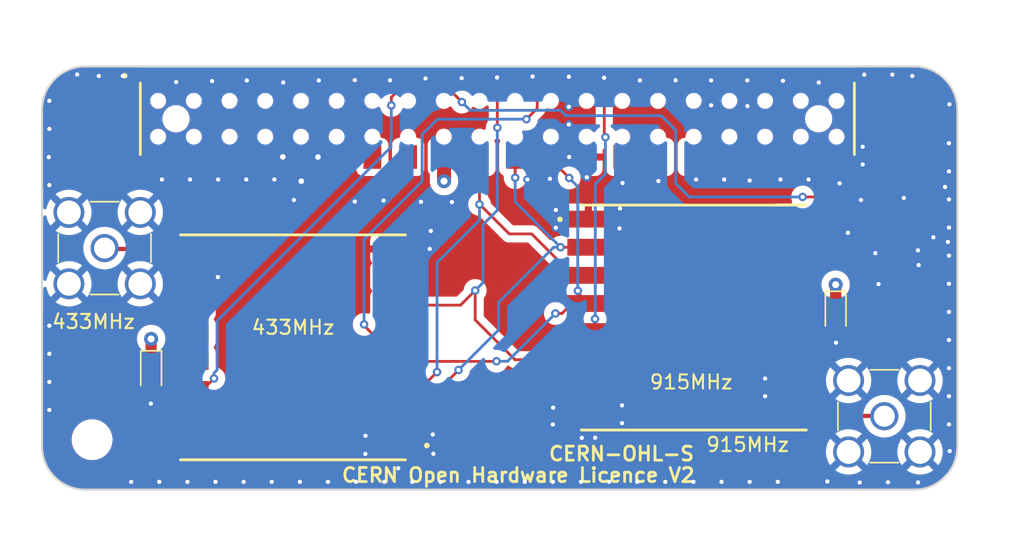
<source format=kicad_pcb>
(kicad_pcb (version 20240108) (generator "pcbnew") (generator_version "8.0")
  (layers (0 "F.Cu" signal) (1 "In1.Cu" signal) (2 "In2.Cu" signal) (31 "B.Cu" signal) (34 "B.Paste" user) (35 "F.Paste" user) (36 "B.SilkS" user "B.Silkscreen") (37 "F.SilkS" user "F.Silkscreen") (38 "B.Mask" user) (39 "F.Mask" user) (44 "Edge.Cuts" user))
  (net 0 "")
  (net 1 "5v2RPi")
  (net 2 "GND")
  (net 3 "ANT433")
  (net 4 "3v3")
  (net 5 "MOSI")
  (net 6 "MISO")
  (net 7 "SLCK")
  (net 8 "CS0")
  (net 9 "RST")
  (net 10 "INTER433")
  (net 11 "CS1")
  (net 12 "ANT915")
  (net 13 "INTER915")
  (footprint "library-kicad:RFM69HCW" (layer "F.Cu") (at 149.2 96.38 180)
    (property "Reference" "REF**" (hide yes))
    (property "Value" "RFM69HCW")
    (fp_line (start 8 8) (end -8 8) (stroke (width 0.2032)) (layer "F.SilkS"))
    (fp_line (start -8 -8) (end 8 -8) (stroke (width 0.2032)) (layer "F.SilkS"))
    (fp_circle (center -9.525 -6.985) (end -9.425 -6.985) (stroke (width 0.2)) (fill none) (layer "F.SilkS"))
    (pad "" smd rect (at -7.5 -7 180) (size 3 1.2) (layers "F.Cu" "F.Paste" "F.Mask") (net 2 "GND"))
    (pad "" smd rect (at -7.5 -5 180) (size 3 1.2) (layers "F.Cu" "F.Paste" "F.Mask") (net 6 "MISO"))
    (pad "" smd rect (at -7.5 -3 180) (size 3 1.2) (layers "F.Cu" "F.Paste" "F.Mask") (net 5 "MOSI"))
    (pad "" smd rect (at -7.5 -1 180) (size 3 1.2) (layers "F.Cu" "F.Paste" "F.Mask") (net 7 "SLCK"))
    (pad "" smd rect (at -7.5 3 180) (size 3 1.2) (layers "F.Cu" "F.Paste" "F.Mask") (net 9 "RST"))
    (pad "" smd rect (at -7.5 7 180) (size 3 1.2) (layers "F.Cu" "F.Paste" "F.Mask") (net 2 "GND"))
    (pad "" smd rect (at 7.5 -1 180) (size 3 1.2) (layers "F.Cu" "F.Paste" "F.Mask") (net 4 "3v3"))
    (pad "" smd rect (at 7.5 5 180) (size 3 1.2) (layers "F.Cu" "F.Paste" "F.Mask") (net 2 "GND"))
    (pad "" smd rect (at 7.5 7 180) (size 3 1.2) (layers "F.Cu" "F.Paste" "F.Mask") (net 3 "ANT433"))
    (pad "DIO0" smd rect (at 7.5 -3 180) (size 3 1.2) (layers "F.Cu" "F.Paste" "F.Mask") (net 10 "INTER433"))
    (pad "DIO1" smd rect (at 7.5 -5 180) (size 3 1.2) (layers "F.Cu" "F.Paste" "F.Mask"))
    (pad "DIO2" smd rect (at 7.5 -7 180) (size 3 1.2) (layers "F.Cu" "F.Paste" "F.Mask"))
    (pad "DIO3" smd rect (at 7.5 3 180) (size 3 1.2) (layers "F.Cu" "F.Paste" "F.Mask"))
    (pad "DIO4" smd rect (at 7.5 1 180) (size 3 1.2) (layers "F.Cu" "F.Paste" "F.Mask"))
    (pad "DIO5" smd rect (at -7.5 5 180) (size 3 1.2) (layers "F.Cu" "F.Paste" "F.Mask"))
    (pad "NSS" smd rect (at -7.5 1 180) (size 3 1.2) (layers "F.Cu" "F.Paste" "F.Mask") (net 8 "CS0"))
  )
  (footprint "Fiducial:Fiducial_1mm_Mask2mm" (layer "F.Cu") (at 133.59 98.75 90)
    (property "Reference" "FID1" (hide yes))
    (property "Value" "Fiducial_1mm_Mask2mm" (hide yes))
    (pad "" smd circle (at 0 0 90) (size 1 1) (layers "F.Cu" "F.Mask") (clearance 0.5))
  )
  (footprint "Fiducial:Fiducial_1mm_Mask2mm" (layer "F.Cu") (at 194.24 78.63 90)
    (property "Reference" "FID4" (hide yes))
    (property "Value" "Fiducial_1mm_Mask2mm" (hide yes))
    (pad "" smd circle (at 0 0 90) (size 1 1) (layers "F.Cu" "F.Mask") (clearance 0.5))
  )
  (footprint "digikey-footprints:RPi_SMD" (layer "F.Cu") (at 163.26 92.155 90)
    (property "Reference" "REF**" (hide yes))
    (property "Value" "RPi_SMD" (hide yes))
    (fp_line (start 14.575 -24.92) (end 9.495 -24.92) (stroke (width 0.2)) (layer "F.SilkS"))
    (fp_line (start 14.575 25.88) (end 9.495 25.88) (stroke (width 0.2)) (layer "F.SilkS"))
    (fp_circle (center 15.1 -26.03) (end 15.1 -26.13) (stroke (width 0.2)) (fill none) (layer "F.SilkS"))
    (fp_line (start 12.705 -31.91) (end -7.855 -31.91) (stroke (width 0.12)) (layer "Edge.Cuts"))
    (fp_line (start -7.855 -31.91) (end -11.295 -31.91) (stroke (width 0.12)) (layer "Edge.Cuts"))
    (fp_line (start 15.765 -28.85) (end 15.765 30.15) (stroke (width 0.12)) (layer "Edge.Cuts"))
    (fp_line (start -14.355 -28.85) (end -14.355 26.46) (stroke (width 0.12)) (layer "Edge.Cuts"))
    (fp_line (start -14.355 26.46) (end -14.355 30.15) (stroke (width 0.12)) (layer "Edge.Cuts"))
    (fp_line (start 12.705 33.21) (end -11.295 33.21) (stroke (width 0.12)) (layer "Edge.Cuts"))
    (fp_arc (start 12.705 -31.91) (mid 14.868747 -31.013747) (end 15.765 -28.85) (stroke (width 0.12)) (layer "Edge.Cuts"))
    (fp_arc (start -14.355 -28.85) (mid -13.458747 -31.013747) (end -11.295 -31.91) (stroke (width 0.12)) (layer "Edge.Cuts"))
    (fp_arc (start 15.765 30.15) (mid 14.868747 32.313747) (end 12.705 33.21) (stroke (width 0.12)) (layer "Edge.Cuts"))
    (fp_arc (start -11.295 33.21) (mid -13.458747 32.313747) (end -14.355 30.15) (stroke (width 0.12)) (layer "Edge.Cuts"))
    (pad "" np_thru_hole circle (at -10.795 -28.35) (size 2.75 2.75) (drill 2.75) (layers "*.Cu" "*.Mask"))
    (pad "" smd rect (at 9.315 -3.33 180) (size 1.27 1.68) (layers "F.Cu" "F.Paste" "F.Mask") (net 4 "3v3"))
    (pad "" smd rect (at 9.315 -0.79 180) (size 1.27 1.68) (layers "F.Cu" "F.Paste" "F.Mask") (net 5 "MOSI"))
    (pad "" smd rect (at 9.315 1.75 180) (size 1.27 1.68) (layers "F.Cu" "F.Paste" "F.Mask") (net 6 "MISO"))
    (pad "" smd rect (at 9.315 4.29 180) (size 1.27 1.68) (layers "F.Cu" "F.Paste" "F.Mask") (net 7 "SLCK"))
    (pad "" np_thru_hole circle (at 10.765 -23.65 180) (size 0.97 0.97) (drill 0.97) (layers "*.Cu" "*.Mask"))
    (pad "" np_thru_hole circle (at 10.765 -21.11 180) (size 0.97 0.97) (drill 0.97) (layers "*.Cu" "*.Mask"))
    (pad "" np_thru_hole circle (at 10.765 -18.57 180) (size 0.97 0.97) (drill 0.97) (layers "*.Cu" "*.Mask"))
    (pad "" np_thru_hole circle (at 10.765 -16.03 180) (size 0.97 0.97) (drill 0.97) (layers "*.Cu" "*.Mask"))
    (pad "" np_thru_hole circle (at 10.765 -13.49 180) (size 0.97 0.97) (drill 0.97) (layers "*.Cu" "*.Mask"))
    (pad "" np_thru_hole circle (at 10.765 -10.95 180) (size 0.97 0.97) (drill 0.97) (layers "*.Cu" "*.Mask"))
    (pad "" np_thru_hole circle (at 10.765 -8.41 180) (size 0.97 0.97) (drill 0.97) (layers "*.Cu" "*.Mask"))
    (pad "" np_thru_hole circle (at 10.765 -5.87 180) (size 0.97 0.97) (drill 0.97) (layers "*.Cu" "*.Mask"))
    (pad "" np_thru_hole circle (at 10.765 -3.33 180) (size 0.97 0.97) (drill 0.97) (layers "*.Cu" "*.Mask"))
    (pad "" np_thru_hole circle (at 10.765 -0.79 180) (size 0.97 0.97) (drill 0.97) (layers "*.Cu" "*.Mask"))
    (pad "" np_thru_hole circle (at 10.765 1.75 180) (size 0.97 0.97) (drill 0.97) (layers "*.Cu" "*.Mask"))
    (pad "" np_thru_hole circle (at 10.765 4.29 180) (size 0.97 0.97) (drill 0.97) (layers "*.Cu" "*.Mask"))
    (pad "" np_thru_hole circle (at 10.765 6.83 180) (size 0.97 0.97) (drill 0.97) (layers "*.Cu" "*.Mask"))
    (pad "" np_thru_hole circle (at 10.765 9.37 180) (size 0.97 0.97) (drill 0.97) (layers "*.Cu" "*.Mask"))
    (pad "" np_thru_hole circle (at 10.765 11.91 180) (size 0.97 0.97) (drill 0.97) (layers "*.Cu" "*.Mask"))
    (pad "" np_thru_hole circle (at 10.765 14.45 180) (size 0.97 0.97) (drill 0.97) (layers "*.Cu" "*.Mask"))
    (pad "" np_thru_hole circle (at 10.765 16.99 180) (size 0.97 0.97) (drill 0.97) (layers "*.Cu" "*.Mask"))
    (pad "" np_thru_hole circle (at 10.765 19.53 180) (size 0.97 0.97) (drill 0.97) (layers "*.Cu" "*.Mask"))
    (pad "" np_thru_hole circle (at 10.765 22.07 180) (size 0.97 0.97) (drill 0.97) (layers "*.Cu" "*.Mask"))
    (pad "" np_thru_hole circle (at 10.765 24.61 180) (size 0.97 0.97) (drill 0.97) (layers "*.Cu" "*.Mask"))
    (pad "" np_thru_hole circle (at 12.035 -22.38 180) (size 1.78 1.78) (drill 1.78) (layers "*.Cu" "*.Mask"))
    (pad "" np_thru_hole circle (at 12.035 23.34 180) (size 1.78 1.78) (drill 1.78) (layers "*.Cu" "*.Mask"))
    (pad "" np_thru_hole circle (at 13.305 -23.65 180) (size 0.97 0.97) (drill 0.97) (layers "*.Cu" "*.Mask"))
    (pad "" np_thru_hole circle (at 13.305 -21.11 180) (size 0.97 0.97) (drill 0.97) (layers "*.Cu" "*.Mask"))
    (pad "" np_thru_hole circle (at 13.305 -18.57 180) (size 0.97 0.97) (drill 0.97) (layers "*.Cu" "*.Mask"))
    (pad "" np_thru_hole circle (at 13.305 -16.03 180) (size 0.97 0.97) (drill 0.97) (layers "*.Cu" "*.Mask"))
    (pad "" np_thru_hole circle (at 13.305 -13.49 180) (size 0.97 0.97) (drill 0.97) (layers "*.Cu" "*.Mask"))
    (pad "" np_thru_hole circle (at 13.305 -10.95 180) (size 0.97 0.97) (drill 0.97) (layers "*.Cu" "*.Mask"))
    (pad "" np_thru_hole circle (at 13.305 -8.41 180) (size 0.97 0.97) (drill 0.97) (layers "*.Cu" "*.Mask"))
    (pad "" np_thru_hole circle (at 13.305 -5.87 180) (size 0.97 0.97) (drill 0.97) (layers "*.Cu" "*.Mask"))
    (pad "" np_thru_hole circle (at 13.305 -3.33 180) (size 0.97 0.97) (drill 0.97) (layers "*.Cu" "*.Mask"))
    (pad "" np_thru_hole circle (at 13.305 -0.79 180) (size 0.97 0.97) (drill 0.97) (layers "*.Cu" "*.Mask"))
    (pad "" np_thru_hole circle (at 13.305 1.75 180) (size 0.97 0.97) (drill 0.97) (layers "*.Cu" "*.Mask"))
    (pad "" np_thru_hole circle (at 13.305 4.29 180) (size 0.97 0.97) (drill 0.97) (layers "*.Cu" "*.Mask"))
    (pad "" np_thru_hole circle (at 13.305 6.83 180) (size 0.97 0.97) (drill 0.97) (layers "*.Cu" "*.Mask"))
    (pad "" np_thru_hole circle (at 13.305 9.37 180) (size 0.97 0.97) (drill 0.97) (layers "*.Cu" "*.Mask"))
    (pad "" np_thru_hole circle (at 13.305 11.91 180) (size 0.97 0.97) (drill 0.97) (layers "*.Cu" "*.Mask"))
    (pad "" np_thru_hole circle (at 13.305 14.45 180) (size 0.97 0.97) (drill 0.97) (layers "*.Cu" "*.Mask"))
    (pad "" np_thru_hole circle (at 13.305 16.99 180) (size 0.97 0.97) (drill 0.97) (layers "*.Cu" "*.Mask"))
    (pad "" np_thru_hole circle (at 13.305 19.53 180) (size 0.97 0.97) (drill 0.97) (layers "*.Cu" "*.Mask"))
    (pad "" np_thru_hole circle (at 13.305 22.07 180) (size 0.97 0.97) (drill 0.97) (layers "*.Cu" "*.Mask"))
    (pad "" np_thru_hole circle (at 13.305 24.61 180) (size 0.97 0.97) (drill 0.97) (layers "*.Cu" "*.Mask"))
    (pad "01" smd rect (at 14.755 -23.65 180) (size 1.27 1.68) (layers "F.Cu" "F.Paste" "F.Mask") (net 1 "5v2RPi"))
    (pad "03" smd rect (at 14.755 -21.11 180) (size 1.27 1.68) (layers "F.Cu" "F.Paste" "F.Mask") (net 1 "5v2RPi"))
    (pad "3v3" smd rect (at 9.315 -23.65 180) (size 1.27 1.68) (layers "F.Cu" "F.Paste" "F.Mask"))
    (pad "04" smd rect (at 9.315 -21.11 180) (size 1.27 1.68) (layers "F.Cu" "F.Paste" "F.Mask"))
    (pad "06" smd rect (at 9.315 -18.57 180) (size 1.27 1.68) (layers "F.Cu" "F.Paste" "F.Mask"))
    (pad "07" smd rect (at 14.755 -16.03 180) (size 1.27 1.68) (layers "F.Cu" "F.Paste" "F.Mask"))
    (pad "08" smd rect (at 9.315 -16.03 180) (size 1.27 1.68) (layers "F.Cu" "F.Paste" "F.Mask"))
    (pad "09" smd rect (at 14.755 -13.49 180) (size 1.27 1.68) (layers "F.Cu" "F.Paste" "F.Mask"))
    (pad "11" smd rect (at 14.755 -10.95 180) (size 1.27 1.68) (layers "F.Cu" "F.Paste" "F.Mask"))
    (pad "14" smd rect (at 9.315 -8.41 180) (size 1.27 1.68) (layers "F.Cu" "F.Paste" "F.Mask"))
    (pad "16" smd rect (at 9.315 -5.87 180) (size 1.27 1.68) (layers "F.Cu" "F.Paste" "F.Mask"))
    (pad "27" smd rect (at 14.755 9.37 180) (size 1.27 1.68) (layers "F.Cu" "F.Paste" "F.Mask"))
    (pad "28" smd rect (at 9.315 9.37 180) (size 1.27 1.68) (layers "F.Cu" "F.Paste" "F.Mask"))
    (pad "30" smd rect (at 9.315 11.91 180) (size 1.27 1.68) (layers "F.Cu" "F.Paste" "F.Mask"))
    (pad "31" smd rect (at 14.755 14.45 180) (size 1.27 1.68) (layers "F.Cu" "F.Paste" "F.Mask"))
    (pad "32" smd rect (at 9.315 14.45 180) (size 1.27 1.68) (layers "F.Cu" "F.Paste" "F.Mask"))
    (pad "34" smd rect (at 9.315 16.99 180) (size 1.27 1.68) (layers "F.Cu" "F.Paste" "F.Mask"))
    (pad "35" smd rect (at 14.755 19.53 180) (size 1.27 1.68) (layers "F.Cu" "F.Paste" "F.Mask"))
    (pad "36" smd rect (at 9.315 19.53 180) (size 1.27 1.68) (layers "F.Cu" "F.Paste" "F.Mask"))
    (pad "37" smd rect (at 14.755 22.07 180) (size 1.27 1.68) (layers "F.Cu" "F.Paste" "F.Mask"))
    (pad "38" smd rect (at 9.315 22.07 180) (size 1.27 1.68) (layers "F.Cu" "F.Paste" "F.Mask"))
    (pad "39" smd rect (at 14.755 24.61 180) (size 1.27 1.68) (layers "F.Cu" "F.Paste" "F.Mask"))
    (pad "GND" smd rect (at 9.315 -13.49 180) (size 1.27 1.68) (layers "F.Cu" "F.Paste" "F.Mask") (net 2 "GND"))
    (pad "GND" smd rect (at 9.315 6.83 180) (size 1.27 1.68) (layers "F.Cu" "F.Paste" "F.Mask") (net 2 "GND"))
    (pad "GND" smd rect (at 9.315 24.61 180) (size 1.27 1.68) (layers "F.Cu" "F.Paste" "F.Mask") (net 2 "GND"))
    (pad "GND" smd rect (at 14.755 -18.57 180) (size 1.27 1.68) (layers "F.Cu" "F.Paste" "F.Mask") (net 2 "GND"))
    (pad "GND" smd rect (at 14.755 -8.41 180) (size 1.27 1.68) (layers "F.Cu" "F.Paste" "F.Mask") (net 2 "GND"))
    (pad "GND" smd rect (at 14.755 -0.79 180) (size 1.27 1.68) (layers "F.Cu" "F.Paste" "F.Mask") (net 2 "GND"))
    (pad "GND" smd rect (at 14.755 11.91 180) (size 1.27 1.68) (layers "F.Cu" "F.Paste" "F.Mask") (net 2 "GND"))
    (pad "GND" smd rect (at 14.755 16.99 180) (size 1.27 1.68) (layers "F.Cu" "F.Paste" "F.Mask") (net 2 "GND"))
    (pad "GPIO7" smd rect (at 14.755 6.83 180) (size 1.27 1.68) (layers "F.Cu" "F.Paste" "F.Mask") (net 11 "CS1"))
    (pad "GPIO8" smd rect (at 14.755 4.29 180) (size 1.27 1.68) (layers "F.Cu" "F.Paste" "F.Mask") (net 8 "CS0"))
    (pad "GPIO17" smd rect (at 9.315 -10.95 180) (size 1.27 1.68) (layers "F.Cu" "F.Paste" "F.Mask"))
    (pad "GPIO23" smd rect (at 14.755 -5.87 180) (size 1.27 1.68) (layers "F.Cu" "F.Paste" "F.Mask") (net 10 "INTER433"))
    (pad "GPIO24" smd rect (at 14.755 -3.33 180) (size 1.27 1.68) (layers "F.Cu" "F.Paste" "F.Mask") (net 13 "INTER915"))
    (pad "GPIO25" smd rect (at 14.755 1.75 180) (size 1.27 1.68) (layers "F.Cu" "F.Paste" "F.Mask") (net 9 "RST"))
  )
  (footprint "Fiducial:Fiducial_1mm_Mask2mm" (layer "F.Cu") (at 133.4 78.53 90)
    (property "Reference" "FID2" (hide yes))
    (property "Value" "Fiducial_1mm_Mask2mm" (hide yes))
    (pad "" smd circle (at 0 0 90) (size 1 1) (layers "F.Cu" "F.Mask") (clearance 0.5))
  )
  (footprint "Connectors:SMA_THT_Jack_Straight" (layer "F.Cu") (at 135.8 89.32)
    (property "Reference" "REF**" (hide yes))
    (property "Value" "SMA_THT_Jack_Straight" (hide yes))
    (fp_line (start -3.3 -1) (end -3.3 1) (stroke (width 0.12)) (layer "F.SilkS"))
    (fp_line (start -1 -3.3) (end 1 -3.3) (stroke (width 0.12)) (layer "F.SilkS"))
    (fp_line (start -1 3.3) (end 1 3.3) (stroke (width 0.12)) (layer "F.SilkS"))
    (fp_line (start 3.3 -1) (end 3.3 1) (stroke (width 0.12)) (layer "F.SilkS"))
    (pad "" thru_hole circle (at 0 0) (size 2 2) (drill 1.5) (layers "*.Cu" "*.Mask") (net 3 "ANT433"))
    (pad "" thru_hole circle (at 2.54 2.54) (size 2.2 2.2) (drill 1.7) (layers "*.Cu" "*.Mask") (net 2 "GND"))
    (pad "2" thru_hole circle (at -2.54 -2.54) (size 2.2 2.2) (drill 1.7) (layers "*.Cu" "*.Mask") (net 2 "GND"))
    (pad "2" thru_hole circle (at -2.54 2.54) (size 2.2 2.2) (drill 1.7) (layers "*.Cu" "*.Mask") (net 2 "GND"))
    (pad "2" thru_hole circle (at 2.54 -2.54) (size 2.2 2.2) (drill 1.7) (layers "*.Cu" "*.Mask") (net 2 "GND"))
  )
  (footprint "LOGO" (layer "F.Cu") (at 192.66 89.29)
    (property "Reference" "G***" (hide yes))
    (property "Value" "LOGO" (hide yes))
  )
  (footprint "Fiducial:Fiducial_1mm_Mask2mm" (layer "F.Cu") (at 185.61 104.94 90)
    (property "Reference" "FID5" (hide yes))
    (property "Value" "Fiducial_1mm_Mask2mm" (hide yes))
    (pad "" smd circle (at 0 0 90) (size 1 1) (layers "F.Cu" "F.Mask") (clearance 0.5))
  )
  (footprint "library-kicad:RFM69HCW" (layer "F.Cu") (at 177.72 94.26)
    (property "Reference" "REF**" (hide yes))
    (property "Value" "RFM69HCW")
    (fp_line (start -8 -8) (end 8 -8) (stroke (width 0.2032)) (layer "F.SilkS"))
    (fp_line (start 8 8) (end -8 8) (stroke (width 0.2032)) (layer "F.SilkS"))
    (fp_circle (center -9.525 -6.985) (end -9.425 -6.985) (stroke (width 0.2)) (fill none) (layer "F.SilkS"))
    (pad "" smd rect (at -7.5 -7) (size 3 1.2) (layers "F.Cu" "F.Paste" "F.Mask") (net 2 "GND"))
    (pad "" smd rect (at -7.5 -5) (size 3 1.2) (layers "F.Cu" "F.Paste" "F.Mask") (net 6 "MISO"))
    (pad "" smd rect (at -7.5 -3) (size 3 1.2) (layers "F.Cu" "F.Paste" "F.Mask") (net 5 "MOSI"))
    (pad "" smd rect (at -7.5 -1) (size 3 1.2) (layers "F.Cu" "F.Paste" "F.Mask") (net 7 "SLCK"))
    (pad "" smd rect (at -7.5 3) (size 3 1.2) (layers "F.Cu" "F.Paste" "F.Mask") (net 9 "RST"))
    (pad "" smd rect (at -7.5 7) (size 3 1.2) (layers "F.Cu" "F.Paste" "F.Mask") (net 2 "GND"))
    (pad "" smd rect (at 7.5 -1) (size 3 1.2) (layers "F.Cu" "F.Paste" "F.Mask") (net 4 "3v3"))
    (pad "" smd rect (at 7.5 5) (size 3 1.2) (layers "F.Cu" "F.Paste" "F.Mask") (net 2 "GND"))
    (pad "" smd rect (at 7.5 7) (size 3 1.2) (layers "F.Cu" "F.Paste" "F.Mask") (net 12 "ANT915"))
    (pad "DIO0" smd rect (at 7.5 -3) (size 3 1.2) (layers "F.Cu" "F.Paste" "F.Mask") (net 13 "INTER915"))
    (pad "DIO1" smd rect (at 7.5 -5) (size 3 1.2) (layers "F.Cu" "F.Paste" "F.Mask"))
    (pad "DIO2" smd rect (at 7.5 -7) (size 3 1.2) (layers "F.Cu" "F.Paste" "F.Mask"))
    (pad "DIO3" smd rect (at 7.5 3) (size 3 1.2) (layers "F.Cu" "F.Paste" "F.Mask"))
    (pad "DIO4" smd rect (at 7.5 1) (size 3 1.2) (layers "F.Cu" "F.Paste" "F.Mask"))
    (pad "DIO5" smd rect (at -7.5 5) (size 3 1.2) (layers "F.Cu" "F.Paste" "F.Mask"))
    (pad "NSS" smd rect (at -7.5 1) (size 3 1.2) (layers "F.Cu" "F.Paste" "F.Mask") (net 11 "CS1"))
  )
  (footprint "Connectors:SMA_THT_Jack_Straight" (layer "F.Cu") (at 191.27 101.28 180)
    (property "Reference" "REF**" (hide yes))
    (property "Value" "SMA_THT_Jack_Straight" (hide yes))
    (fp_line (start 3.3 -1) (end 3.3 1) (stroke (width 0.12)) (layer "F.SilkS"))
    (fp_line (start -1 3.3) (end 1 3.3) (stroke (width 0.12)) (layer "F.SilkS"))
    (fp_line (start -1 -3.3) (end 1 -3.3) (stroke (width 0.12)) (layer "F.SilkS"))
    (fp_line (start -3.3 -1) (end -3.3 1) (stroke (width 0.12)) (layer "F.SilkS"))
    (pad "" thru_hole circle (at 0 0 180) (size 2 2) (drill 1.5) (layers "*.Cu" "*.Mask") (net 12 "ANT915"))
    (pad "" thru_hole circle (at 2.54 2.54 180) (size 2.2 2.2) (drill 1.7) (layers "*.Cu" "*.Mask") (net 2 "GND"))
    (pad "2" thru_hole circle (at -2.54 -2.54 180) (size 2.2 2.2) (drill 1.7) (layers "*.Cu" "*.Mask") (net 2 "GND"))
    (pad "2" thru_hole circle (at -2.54 2.54 180) (size 2.2 2.2) (drill 1.7) (layers "*.Cu" "*.Mask") (net 2 "GND"))
    (pad "2" thru_hole circle (at 2.54 -2.54 180) (size 2.2 2.2) (drill 1.7) (layers "*.Cu" "*.Mask") (net 2 "GND"))
  )
  (footprint "LED_SMD:LED_0603_1608Metric_Pad1.05x0.95mm_HandSolder" (layer "F.Cu") (at 187.81 94.0525 -90)
    (property "Reference" "D1" (hide yes))
    (property "Value" "" (hide yes))
    (fp_line (start -1.66 0.735) (end 0.8 0.735) (stroke (width 0.12)) (layer "F.SilkS"))
    (fp_line (start -1.66 -0.735) (end -1.66 0.735) (stroke (width 0.12)) (layer "F.SilkS"))
    (fp_line (start 0.8 -0.735) (end -1.66 -0.735) (stroke (width 0.12)) (layer "F.SilkS"))
    (pad "" smd roundrect (at 0.875 0 270) (size 1.05 0.95) (layers "F.Cu" "F.Paste" "F.Mask") (net 2 "GND"))
    (pad "1" smd roundrect (at -0.875 0 270) (size 1.05 0.95) (layers "F.Cu" "F.Paste" "F.Mask") (net 4 "3v3"))
  )
  (footprint "LED_SMD:LED_0603_1608Metric_Pad1.05x0.95mm_HandSolder" (layer "F.Cu") (at 139.11 98.285 -90)
    (property "Reference" "D1" (hide yes))
    (property "Value" "" (hide yes))
    (fp_line (start -1.66 0.735) (end 0.8 0.735) (stroke (width 0.12)) (layer "F.SilkS"))
    (fp_line (start -1.66 -0.735) (end -1.66 0.735) (stroke (width 0.12)) (layer "F.SilkS"))
    (fp_line (start 0.8 -0.735) (end -1.66 -0.735) (stroke (width 0.12)) (layer "F.SilkS"))
    (pad "" smd roundrect (at 0.875 0 270) (size 1.05 0.95) (layers "F.Cu" "F.Paste" "F.Mask") (net 2 "GND"))
    (pad "1" smd roundrect (at -0.875 0 270) (size 1.05 0.95) (layers "F.Cu" "F.Paste" "F.Mask") (net 4 "3v3"))
  )
  (gr_text "CERN Open Hardware Licence V2" (at 152.57 106.06 0) (layer "F.SilkS") (effects (font (size 1 1) (thickness 0.2) (bold yes)) (justify left bottom)))
  (gr_text "CERN-OHL-S" (at 167.3 104.54 0) (layer "F.SilkS") (effects (font (size 1 1) (thickness 0.2) (bold yes)) (justify left bottom)))
  (gr_text "915MHz" (at 177.53 98.85 0) (layer "F.SilkS") (effects (font (size 1.003244 1.003244))))
  (gr_text "433MHz" (at 149.21 94.96 0) (layer "F.SilkS") (effects (font (size 1.003244 1.003244))))
  (gr_text "433MHz" (at 135.01 94.55 0) (layer "F.SilkS") (effects (font (size 1.003244 1.003244))))
  (gr_text "915MHz" (at 181.55 103.3 0) (layer "F.SilkS") (effects (font (size 1.003244 1.003244))))
  (segment (start 143.45 77.44) (end 143.49 77.4) (width 0.2) (layer "F.Cu") (net 2))
  (segment (start 185.22 99.26) (end 183.45 99.26) (width 0.2) (layer "F.Cu") (net 2))
  (segment (start 170.22 87.26) (end 168.7 87.26) (width 0.2) (layer "F.Cu") (net 2))
  (segment (start 193.15 99.26) (end 193.69 98.72) (width 0.3) (layer "F.Cu") (net 2))
  (segment (start 139.11 99.16) (end 139.11 100.365) (width 0.4) (layer "F.Cu") (net 2))
  (segment (start 187.83 96.05) (end 187.83 94.9475) (width 0.2) (layer "F.Cu") (net 2))
  (segment (start 158.93 89.38) (end 156.7 89.38) (width 0.6) (layer "F.Cu") (net 2))
  (segment (start 143.86 91.38) (end 141.7 91.38) (width 0.5) (layer "F.Cu") (net 2))
  (segment (start 187.87 83.025) (end 187.87 83.28) (width 0.6) (layer "F.Cu") (net 2))
  (segment (start 183.45 99.26) (end 182.79 98.6) (width 0.2) (layer "F.Cu") (net 2))
  (segment (start 187.83 94.9475) (end 187.81 94.9275) (width 0.2) (layer "F.Cu") (net 2))
  (segment (start 133.77 91.38) (end 133.23 91.92) (width 0.3) (layer "F.Cu") (net 2))
  (segment (start 162.27 77.6) (end 162.19 77.52) (width 0.2) (layer "F.Cu") (net 2))
  (segment (start 187.87 83.3) (end 187.87 83.025) (width 0.6) (layer "F.Cu") (net 2))
  (via (at 139.69 105.95) (size 0.6) (drill 0.3) (layers "F.Cu" "B.Cu") (net 2))
  (via (at 155.65 85.94) (size 0.6) (drill 0.3) (layers "F.Cu" "B.Cu") (net 2))
  (via (at 187.22 105.92) (size 0.6) (drill 0.3) (layers "F.Cu" "B.Cu") (net 2))
  (via (at 172.61 101.77) (size 0.6) (drill 0.3) (layers "F.Cu" "B.Cu") (net 2))
  (via (at 195.87 99.86) (size 0.6) (drill 0.3) (layers "F.Cu" "B.Cu") (net 2))
  (via (at 184.06 77.42) (size 0.6) (drill 0.3) (layers "F.Cu" "B.Cu") (net 2))
  (via (at 153.69 105.95) (size 0.6) (drill 0.3) (layers "F.Cu" "B.Cu") (net 2))
  (via (at 149.79 84.56) (size 0.8) (drill 0.4) (layers "F.Cu" "B.Cu") (net 2))
  (via (at 145.92 77.39) (size 0.6) (drill 0.3) (layers "F.Cu" "B.Cu") (net 2))
  (via (at 169.75 102.82) (size 0.6) (drill 0.3) (layers "F.Cu" "B.Cu") (net 2))
  (via (at 183.69 105.95) (size 0.6) (drill 0.3) (layers "F.Cu" "B.Cu") (net 2))
  (via (at 192.66 85.75) (size 0.6) (drill 0.3) (layers "F.Cu" "B.Cu") (net 2))
  (via (at 148.51 77.54) (size 0.6) (drill 0.3) (layers "F.Cu" "B.Cu") (net 2))
  (via (at 195.87 83.86) (size 0.6) (drill 0.3) (layers "F.Cu" "B.Cu") (net 2))
  (via (at 153.6 86.01) (size 0.6) (drill 0.3) (layers "F.Cu" "B.Cu") (net 2))
  (via (at 193.66 89.48) (size 0.6) (drill 0.3) (layers "F.Cu" "B.Cu") (net 2))
  (via (at 193.67 105.99) (size 0.6) (drill 0.3) (layers "F.Cu" "B.Cu") (net 2))
  (via (at 143.88 84.44) (size 0.6) (drill 0.3) (layers "F.Cu" "B.Cu") (net 2))
  (via (at 161.689999 105.95) (size 0.6) (drill 0.3) (layers "F.Cu" "B.Cu") (net 2))
  (via (at 159.19 103.95) (size 0.6) (drill 0.3) (layers "F.Cu" "B.Cu") (net 2))
  (via (at 181.52 77.39) (size 0.6) (drill 0.3) (layers "F.Cu" "B.Cu") (net 2))
  (via (at 168.85 82.84) (size 0.6) (drill 0.3) (layers "F.Cu" "B.Cu") (net 2))
  (via (at 143.69 105.95) (size 0.6) (drill 0.3) (layers "F.Cu" "B.Cu") (net 2))
  (via (at 145.69 105.95) (size 0.6) (drill 0.3) (layers "F.Cu" "B.Cu") (net 2))
  (via (at 170.11 84.28) (size 0.6) (drill 0.3) (layers "F.Cu" "B.Cu") (net 2))
  (via (at 141.88 84.44) (size 0.6) (drill 0.3) (layers "F.Cu" "B.Cu") (net 2))
  (via (at 131.87 80.84) (size 0.6) (drill 0.3) (layers "F.Cu" "B.Cu") (net 2))
  (via (at 195.87 89.86) (size 0.6) (drill 0.3) (layers "F.Cu" "B.Cu") (net 2))
  (via (at 177.69 105.95) (size 0.6) (drill 0.3) (layers "F.Cu" "B.Cu") (net 2))
  (via (at 139.09 100.385) (size 0.6) (drill 0.3) (layers "F.Cu" "B.Cu") (net 2))
  (via (at 189.52 106) (size 0.6) (drill 0.3) (layers "F.Cu" "B.Cu") (net 2))
  (via (at 190.86 91.88) (size 0.6) (drill 0.3) (layers "F.Cu" "B.Cu") (net 2))
  (via (at 170.7 102.81) (size 0.6) (drill 0.3) (layers "F.Cu" "B.Cu") (net 2))
  (via (at 195.87 97.86) (size 0.6) (drill 0.3) (layers "F.Cu" "B.Cu") (net 2))
  (via (at 137.100001 77.07) (size 0.6) (drill 0.3) (layers "F.Cu" "B.Cu") (net 2))
  (via (at 147.69 105.95) (size 0.6) (drill 0.3) (layers "F.Cu" "B.Cu") (net 2))
  (via (at 177.88 84.44) (size 0.6) (drill 0.3) (layers "F.Cu" "B.Cu") (net 2))
  (via (at 171.34 77.2) (size 0.6) (drill 0.3) (layers "F.Cu" "B.Cu") (net 2))
  (via (at 167.69 105.95) (size 0.6) (drill 0.3) (layers "F.Cu" "B.Cu") (net 2))
  (via (at 167.48 84.39) (size 0.6) (drill 0.3) (layers "F.Cu" "B.Cu") (net 2))
  (via (at 157.69 105.95) (size 0.6) (drill 0.3) (layers "F.Cu" "B.Cu") (net 2))
  (via (at 151.69 105.95) (size 0.6) (drill 0.3) (layers "F.Cu" "B.Cu") (net 2))
  (via (at 188.09 84.71) (size 0.6) (drill 0.3) (layers "F.Cu" "B.Cu") (net 2))
  (via (at 169.69 105.95) (size 0.6) (drill 0.3) (layers "F.Cu" "B.Cu") (net 2))
  (via (at 195.87 91.86) (size 0.6) (drill 0.3) (layers "F.Cu" "B.Cu") (net 2))
  (via (at 181.53 79.22) (size 0.6) (drill 0.3) (layers "F.Cu" "B.Cu") (net 2))
  (via (at 172.43 87.92) (size 0.6) (drill 0.3) (layers "F.Cu" "B.Cu") (net 2))
  (via (at 163.69 105.95) (size 0.6) (drill 0.3) (layers "F.Cu" "B.Cu") (net 2))
  (via (at 194.76 88.55) (size 0.6) (drill 0.3) (layers "F.Cu" "B.Cu") (net 2))
  (via (at 172.65 84.69) (size 0.6) (drill 0.3) (layers "F.Cu" "B.Cu") (net 2))
  (via (at 187.83 96.05) (size 0.6) (drill 0.3) (layers "F.Cu" "B.Cu") (net 2))
  (via (at 195.87 93.859999) (size 0.6) (drill 0.3) (layers "F.Cu" "B.Cu") (net 2))
  (via (at 193.71 90.53) (size 0.6) (drill 0.3) (layers "F.Cu" "B.Cu") (net 2))
  (via (at 172.61 100.51) (size 0.6) (drill 0.3) (layers "F.Cu" "B.Cu") (net 2))
  (via (at 158.31 86.03) (size 0.6) (drill 0.3) (layers "F.Cu" "B.Cu") (net 2))
  (via (at 165.88 84.44) (size 0.6) (drill 0.3) (layers "F.Cu" "B.Cu") (net 2))
  (via (at 141.69 105.95) (size 0.6) (drill 0.3) (layers "F.Cu" "B.Cu") (net 2))
  (via (at 153.6 77.37) (size 0.6) (drill 0.3) (layers "F.Cu" "B.Cu") (net 2))
  (via (at 131.87 84.84) (size 0.6) (drill 0.3) (layers "F.Cu" "B.Cu") (net 2))
  (via (at 195.87 95.86) (size 0.6) (drill 0.3) (layers "F.Cu" "B.Cu") (net 2))
  (via (at 163.72 77.18) (size 0.6) (drill 0.3) (layers "F.Cu" "B.Cu") (net 2))
  (via (at 172.47 86.5) (size 0.6) (drill 0.3) (layers "F.Cu" "B.Cu") (net 2))
  (via (at 195.59 84.97) (size 0.6) (drill 0.3) (layers "F.Cu" "B.Cu") (net 2))
  (via (at 131.87 96.84) (size 0.6) (drill 0.3) (layers "F.Cu" "B.Cu") (net 2))
  (via (at 195.87 85.86) (size 0.6) (drill 0.3) (layers "F.Cu" "B.Cu") (net 2))
  (via (at 149.27 85.9) (size 0.6) (drill 0.3) (layers "F.Cu" "B.Cu") (net 2))
  (via (at 195.87 87.86) (size 0.6) (drill 0.3) (layers "F.Cu" "B.Cu") (net 2))
  (via (at 150.98 82.84) (size 0.8) (drill 0.4) (layers "F.Cu" "B.Cu") (net 2))
  (via (at 166.25 77.11) (size 0.6) (drill 0.3) (layers "F.Cu" "B.Cu") (net 2))
  (via (at 188.68 88.23) (size 0.6) (drill 0.3) (layers "F.Cu" "B.Cu") (net 2))
  (via (at 131.87 78.839999) (size 0.6) (drill 0.3) (layers "F.Cu" "B.Cu") (net 2))
  (via (at 167.9 87.87) (size 0.6) (drill 0.3) (layers "F.Cu" "B.Cu") (net 2))
  (via (at 165.69 105.95) (size 0.6) (drill 0.3) (layers "F.Cu" "B.Cu") (net 2))
  (via (at 158.93 89.38) (size 0.6) (drill 0.3) (layers "F.Cu" "B.Cu") (net 2))
  (via (at 182.79 98.6) (size 0.6) (drill 0.3) (layers "F.Cu" "B.Cu") (net 2))
  (via (at 179.88 84.44) (size 0.6) (drill 0.3) (layers "F.Cu" "B.Cu") (net 2))
  (via (at 154.36 102.67) (size 0.6) (drill 0.3) (layers "F.Cu" "B.Cu") (net 2))
  (via (at 181.69 84.51) (size 0.6) (drill 0.3) (layers "F.Cu" "B.Cu") (net 2))
  (via (at 179.69 105.95) (size 0.6) (drill 0.3) (layers "F.Cu" "B.Cu") (net 2))
  (via (at 133.85 76.97) (size 0.6) (drill 0.3) (layers "F.Cu" "B.Cu") (net 2))
  (via (at 155.69 105.95) (size 0.6) (drill 0.3) (layers "F.Cu" "B.Cu") (net 2))
  (via (at 195.9 79.09) (size 0.6) (drill 0.3) (layers "F.Cu" "B.Cu") (net 2))
  (via (at 151.04 77.39) (size 0.6) (drill 0.3) (layers "F.Cu" "B.Cu") (net 2))
  (via (at 143.45 77.44) (size 0.6) (drill 0.3) (layers "F.Cu" "B.Cu") (net 2))
  (via (at 186.61 77.54) (size 0.6) (drill 0.3) (layers "F.Cu" "B.Cu") (net 2))
  (via (at 149.689999 105.95) (size 0.6) (drill 0.3) (layers "F.Cu" "B.Cu") (net 2))
  (via (at 168.83 80.53) (size 0.6) (drill 0.3) (layers "F.Cu" "B.Cu") (net 2))
  (via (at 178.95 77.39) (size 0.6) (drill 0.3) (layers "F.Cu" "B.Cu") (net 2))
  (via (at 190.63 89.68) (size 0.6) (drill 0.3) (layers "F.Cu" "B.Cu") (net 2))
  (via (at 195.87 81.859999) (size 0.6) (drill 0.3) (layers "F.Cu" "B.Cu") (net 2))
  (via (at 140.89 77.51) (size 0.6) (drill 0.3) (layers "F.Cu" "B.Cu") (net 2))
  (via (at 189.73 83.37) (size 0.6) (drill 0.3) (layers "F.Cu" "B.Cu") (net 2))
  (via (at 195.87 101.86) (size 0.6) (drill 0.3) (layers "F.Cu" "B.Cu") (net 2))
  (via (at 148.48 82.83) (size 0.8) (drill 0.4) (layers "F.Cu" "B.Cu") (net 2))
  (via (at 131.87 94.84) (size 0.6) (drill 0.3) (layers "F.Cu" "B.Cu") (net 2))
  (via (at 137.689999 105.95) (size 0.6) (drill 0.3) (layers "F.Cu" "B.Cu") (net 2))
  (via (at 175.69 105.95) (size 0.6) (drill 0.3) (layers "F.Cu" "B.Cu") (net 2))
  (via (at 193.26 77.08) (size 0.6) (drill 0.3) (layers "F.Cu" "B.Cu") (net 2))
  (via (at 143.86 91.38) (size 0.6) (drill 0.3) (layers "F.Cu" "B.Cu") (net 2))
  (via (at 167.69 101.87) (size 0.6) (drill 0.3) (layers "F.Cu" "B.Cu") (net 2))
  (via (at 189.73 82.11) (size 0.6) (drill 0.3) (layers "F.Cu" "B.Cu") (net 2))
  (via (at 135.39 77.08) (size 0.6) (drill 0.3) (layers "F.Cu" "B.Cu") (net 2))
  (via (at 131.87 98.84) (size 0.6) (drill 0.3) (layers "F.Cu" "B.Cu") (net 2))
  (via (at 154.35 103.96) (size 0.6) (drill 0.3) (layers "F.Cu" "B.Cu") (net 2))
  (via (at 167.71 100.67) (size 0.6) (drill 0.3) (layers "F.Cu" "B.Cu") (net 2))
  (via (at 158.63 77.25) (size 0.6) (drill 0.3) (layers "F.Cu" "B.Cu") (net 2))
  (via (at 156.69 104.98) (size 0.6) (drill 0.3) (layers "F.Cu" "B.Cu") (net 2))
  (via (at 181.69 105.95) (size 0.6) (drill 0.3) (layers "F.Cu" "B.Cu") (net 2))
  (via (at 175.2 84.55) (size 0.6) (drill 0.3) (layers "F.Cu" "B.Cu") (net 2))
  (via (at 131.83 82.85) (size 0.6) (drill 0.3) (layers "F.Cu" "B.Cu") (net 2))
  (via (at 168.83 77.13) (size 0.6) (drill 0.3) (layers "F.Cu" "B.Cu") (net 2))
  (via (at 176.42 77.38) (size 0.6) (drill 0.3) (layers "F.Cu" "B.Cu") (net 2))
  (via (at 161.2 77.23) (size 0.6) (drill 0.3) (layers "F.Cu" "B.Cu") (net 2))
  (via (at 191.53 105.98) (size 0.6) (drill 0.3) (layers "F.Cu" "B.Cu") (net 2))
  (via (at 195.79 88.88) (size 0.6) (drill 0.3) (layers "F.Cu" "B.Cu") (net 2))
  (via (at 182.79 99.86) (size 0.6) (drill 0.3) (layers "F.Cu" "B.Cu") (net 2))
  (via (at 191.840001 76.98) (size 0.6) (drill 0.3) (layers "F.Cu" "B.Cu") (net 2))
  (via (at 168.83 79.27) (size 0.6) (drill 0.3) (layers "F.Cu" "B.Cu") (net 2))
  (via (at 195.92 103.76) (size 0.6) (drill 0.3) (layers "F.Cu" "B.Cu") (net 2))
  (via (at 160.51 86.05) (size 0.6) (drill 0.3) (layers "F.Cu" "B.Cu") (net 2))
  (via (at 167.9 86.61) (size 0.6) (drill 0.3) (layers "F.Cu" "B.Cu") (net 2))
  (via (at 147.88 84.44) (size 0.6) (drill 0.3) (layers "F.Cu" "B.Cu") (net 2))
  (via (at 189.61 85.9) (size 0.6) (drill 0.3) (layers "F.Cu" "B.Cu") (net 2))
  (via (at 145.88 84.44) (size 0.6) (drill 0.3) (layers "F.Cu" "B.Cu") (net 2))
  (via (at 189.84 76.98) (size 0.6) (drill 0.3) (layers "F.Cu" "B.Cu") (net 2))
  (via (at 185.88 84.44) (size 0.6) (drill 0.3) (layers "F.Cu" "B.Cu") (net 2))
  (via (at 159.01 88.1) (size 0.6) (drill 0.3) (layers "F.Cu" "B.Cu") (net 2))
  (via (at 156.11 77.38) (size 0.6) (drill 0.3) (layers "F.Cu" "B.Cu") (net 2))
  (via (at 131.87 100.84) (size 0.6) (drill 0.3) (layers "F.Cu" "B.Cu") (net 2))
  (via (at 159.15 102.58) (size 0.6) (drill 0.3) (layers "F.Cu" "B.Cu") (net 2))
  (via (at 173.689999 105.95) (size 0.6) (drill 0.3) (layers "F.Cu" "B.Cu") (net 2))
  (via (at 178.95 79.16) (size 0.6) (drill 0.3) (layers "F.Cu" "B.Cu") (net 2))
  (via (at 159.69 105.95) (size 0.6) (drill 0.3) (layers "F.Cu" "B.Cu") (net 2))
  (via (at 173.88 77.39) (size 0.6) (drill 0.3) (layers "F.Cu" "B.Cu") (net 2))
  (via (at 139.879999 84.44) (size 0.6) (drill 0.3) (layers "F.Cu" "B.Cu") (net 2))
  (via (at 183.88 84.44) (size 0.6) (drill 0.3) (layers "F.Cu" "B.Cu") (net 2))
  (via (at 171.69 105.95) (size 0.6) (drill 0.3) (layers "F.Cu" "B.Cu") (net 2))
  (segment (start 135.67 89.38) (end 135.65 89.36) (width 0.2) (layer "F.Cu") (net 3))
  (segment (start 141.7 89.38) (end 135.67 89.38) (width 0.3) (layer "F.Cu") (net 3))
  (segment (start 139.11 95.78) (end 139.11 97.455) (width 0.8) (layer "F.Cu") (net 4))
  (segment (start 187.81 93.1775) (end 187.81 91.92) (width 0.8) (layer "F.Cu") (net 4))
  (segment (start 139.11 97.455) (end 139.12 97.465) (width 0.8) (layer "F.Cu") (net 4))
  (segment (start 185.22 93.26) (end 187.715 93.26) (width 0.8) (layer "F.Cu") (net 4))
  (segment (start 159.95 84.56) (end 159.95 82.86) (width 1) (layer "F.Cu") (net 4))
  (segment (start 187.715 93.26) (end 187.79 93.185) (width 0.2) (layer "F.Cu") (net 4))
  (segment (start 159.95 82.86) (end 159.93 82.84) (width 0.2) (layer "F.Cu") (net 4))
  (segment (start 141.7 97.38) (end 139.205 97.38) (width 0.8) (layer "F.Cu") (net 4))
  (segment (start 139.12 97.465) (end 139.205 97.38) (width 0.2) (layer "F.Cu") (net 4))
  (via (at 159.95 84.56) (size 1) (drill 0.5) (layers "F.Cu" "B.Cu") (net 4))
  (via (at 139.11 95.78) (size 1) (drill 0.5) (layers "F.Cu" "B.Cu") (net 4))
  (via (at 187.81 91.92) (size 1) (drill 0.5) (layers "F.Cu" "B.Cu") (net 4))
  (segment (start 169.13 91.26) (end 170.22 91.26) (width 0.2) (layer "F.Cu") (net 5))
  (segment (start 166.18 88.31) (end 169.13 91.26) (width 0.2) (layer "F.Cu") (net 5))
  (segment (start 162.47 83.09) (end 162.47 83.16) (width 0.2) (layer "F.Cu") (net 5))
  (segment (start 156.7 99.38) (end 158.21 99.38) (width 0.2) (layer "F.Cu") (net 5))
  (segment (start 158.21 99.38) (end 159.45 98.14) (width 0.2) (layer "F.Cu") (net 5))
  (segment (start 164.59 88.31) (end 166.18 88.31) (width 0.2) (layer "F.Cu") (net 5))
  (segment (start 162.49 86.21) (end 162.47 86.21) (width 0.2) (layer "F.Cu") (net 5))
  (segment (start 164.59 88.31) (end 162.49 86.21) (width 0.2) (layer "F.Cu") (net 5))
  (segment (start 162.47 82.84) (end 162.47 86.21) (width 0.2) (layer "F.Cu") (net 5))
  (via (at 159.45 98.14) (size 0.6) (drill 0.3) (layers "F.Cu" "B.Cu") (net 5))
  (via (at 162.47 86.21) (size 0.6) (drill 0.3) (layers "F.Cu" "B.Cu") (net 5))
  (segment (start 162.47 87.334314) (end 159.45 90.354314) (width 0.2) (layer "B.Cu") (net 5))
  (segment (start 162.47 86.21) (end 162.47 87.334314) (width 0.2) (layer "B.Cu") (net 5))
  (segment (start 159.45 90.354314) (end 159.45 98.14) (width 0.2) (layer "B.Cu") (net 5))
  (segment (start 157.6 101.38) (end 160.98 98) (width 0.2) (layer "F.Cu") (net 6))
  (segment (start 156.7 101.38) (end 157.6 101.38) (width 0.2) (layer "F.Cu") (net 6))
  (segment (start 170.22 89.26) (end 168.24 89.26) (width 0.2) (layer "F.Cu") (net 6))
  (segment (start 165.01 82.84) (end 165.01 84.31) (width 0.2) (layer "F.Cu") (net 6))
  (segment (start 160.98 98) (end 160.98 97.99) (width 0.2) (layer "F.Cu") (net 6))
  (segment (start 171.12 89.26) (end 170.22 89.26) (width 0.2) (layer "F.Cu") (net 6))
  (via (at 165.01 84.31) (size 0.6) (drill 0.3) (layers "F.Cu" "B.Cu") (net 6))
  (via (at 160.98 97.99) (size 0.6) (drill 0.3) (layers "F.Cu" "B.Cu") (net 6))
  (via (at 168.24 89.26) (size 0.6) (drill 0.3) (layers "F.Cu" "B.Cu") (net 6))
  (segment (start 160.98 97.99) (end 163.83 95.14) (width 0.2) (layer "B.Cu") (net 6))
  (segment (start 165.01 86.03) (end 165.01 84.31) (width 0.2) (layer "B.Cu") (net 6))
  (segment (start 163.83 95.14) (end 163.83 93.18) (width 0.2) (layer "B.Cu") (net 6))
  (segment (start 167.75 89.26) (end 168.24 89.26) (width 0.2) (layer "B.Cu") (net 6))
  (segment (start 168.24 89.26) (end 165.01 86.03) (width 0.2) (layer "B.Cu") (net 6))
  (segment (start 163.83 93.18) (end 167.75 89.26) (width 0.2) (layer "B.Cu") (net 6))
  (segment (start 163.68 97.37) (end 163.67 97.38) (width 0.2) (layer "F.Cu") (net 7))
  (segment (start 163.67 97.38) (end 156.7 97.38) (width 0.2) (layer "F.Cu") (net 7))
  (segment (start 168.85 84.32) (end 167.46 82.93) (width 0.2) (layer "F.Cu") (net 7))
  (segment (start 168.34 93.97) (end 169.05 93.26) (width 0.2) (layer "F.Cu") (net 7))
  (segment (start 167.87 93.97) (end 168.34 93.97) (width 0.2) (layer "F.Cu") (net 7))
  (segment (start 169.47 92.51) (end 170.22 93.26) (width 0.2) (layer "F.Cu") (net 7))
  (segment (start 169.05 93.26) (end 170.22 93.26) (width 0.2) (layer "F.Cu") (net 7))
  (segment (start 169.47 92.360002) (end 169.47 92.51) (width 0.2) (layer "F.Cu") (net 7))
  (segment (start 168.85 84.33) (end 168.85 84.32) (width 0.2) (layer "F.Cu") (net 7))
  (via (at 169.47 92.360002) (size 0.6) (drill 0.3) (layers "F.Cu" "B.Cu") (net 7))
  (via (at 167.87 93.97) (size 0.6) (drill 0.3) (layers "F.Cu" "B.Cu") (net 7))
  (via (at 163.68 97.37) (size 0.6) (drill 0.3) (layers "F.Cu" "B.Cu") (net 7))
  (via (at 168.85 84.33) (size 0.6) (drill 0.3) (layers "F.Cu" "B.Cu") (net 7))
  (segment (start 164.47 97.37) (end 163.68 97.37) (width 0.2) (layer "B.Cu") (net 7))
  (segment (start 169.47 92.360002) (end 169.46 92.350002) (width 0.2) (layer "B.Cu") (net 7))
  (segment (start 167.87 93.97) (end 164.47 97.37) (width 0.2) (layer "B.Cu") (net 7))
  (segment (start 169.46 92.350002) (end 169.46 84.94) (width 0.2) (layer "B.Cu") (net 7))
  (segment (start 169.46 84.94) (end 168.85 84.33) (width 0.2) (layer "B.Cu") (net 7))
  (segment (start 154.81 95.38) (end 156.7 95.38) (width 0.2) (layer "F.Cu") (net 8))
  (segment (start 165.81 80.15) (end 166.58 79.38) (width 0.2) (layer "F.Cu") (net 8))
  (segment (start 154.81 95.38) (end 154.26 94.83) (width 0.2) (layer "F.Cu") (net 8))
  (segment (start 154.26 94.83) (end 154.26 94.75) (width 0.2) (layer "F.Cu") (net 8))
  (segment (start 166.58 78.37) (end 167.55 77.4) (width 0.2) (layer "F.Cu") (net 8))
  (segment (start 166.58 79.38) (end 166.58 78.37) (width 0.2) (layer "F.Cu") (net 8))
  (via (at 165.81 80.15) (size 0.6) (drill 0.3) (layers "F.Cu" "B.Cu") (net 8))
  (via (at 154.26 94.75) (size 0.6) (drill 0.3) (layers "F.Cu" "B.Cu") (net 8))
  (segment (start 165.81 80.15) (end 159.48 80.15) (width 0.2) (layer "B.Cu") (net 8))
  (segment (start 154.26 88.7) (end 154.26 94.75) (width 0.2) (layer "B.Cu") (net 8))
  (segment (start 158.39 84.57) (end 154.26 88.7) (width 0.2) (layer "B.Cu") (net 8))
  (segment (start 158.39 81.24) (end 158.39 84.57) (width 0.2) (layer "B.Cu") (net 8))
  (segment (start 159.48 80.15) (end 158.39 81.24) (width 0.2) (layer "B.Cu") (net 8))
  (segment (start 163.74 80.75) (end 163.74 78.67) (width 0.2) (layer "F.Cu") (net 9))
  (segment (start 165 97.26) (end 170.22 97.26) (width 0.2) (layer "F.Cu") (net 9))
  (segment (start 162.165 94.425) (end 165 97.26) (width 0.2) (layer "F.Cu") (net 9))
  (segment (start 162.165 92.335) (end 161.12 93.38) (width 0.2) (layer "F.Cu") (net 9))
  (segment (start 162.165 92.335) (end 162.165 94.425) (width 0.2) (layer "F.Cu") (net 9))
  (segment (start 161.12 93.38) (end 156.7 93.38) (width 0.2) (layer "F.Cu") (net 9))
  (segment (start 163.74 78.67) (end 165.01 77.4) (width 0.2) (layer "F.Cu") (net 9))
  (via (at 163.74 80.75) (size 0.6) (drill 0.3) (layers "F.Cu" "B.Cu") (net 9))
  (via (at 162.165 92.335) (size 0.6) (drill 0.3) (layers "F.Cu" "B.Cu") (net 9))
  (segment (start 163.74 86.63) (end 163.74 80.75) (width 0.2) (layer "B.Cu") (net 9))
  (segment (start 162.72 87.65) (end 162.72 91.78) (width 0.2) (layer "B.Cu") (net 9))
  (segment (start 163.74 86.63) (end 162.72 87.65) (width 0.2) (layer "B.Cu") (net 9))
  (segment (start 162.72 91.78) (end 162.165 92.335) (width 0.2) (layer "B.Cu") (net 9))
  (segment (start 156.2 78.59) (end 157.39 77.4) (width 0.2) (layer "F.Cu") (net 10))
  (segment (start 143.5825 98.5925) (end 142.795 99.38) (width 0.2) (layer "F.Cu") (net 10))
  (segment (start 156.2 79.17) (end 156.2 78.59) (width 0.2) (layer "F.Cu") (net 10))
  (segment (start 142.795 99.38) (end 141.7 99.38) (width 0.2) (layer "F.Cu") (net 10))
  (via (at 156.2 79.17) (size 0.6) (drill 0.3) (layers "F.Cu" "B.Cu") (net 10))
  (via (at 143.5825 98.5925) (size 0.6) (drill 0.3) (layers "F.Cu" "B.Cu") (net 10))
  (segment (start 156.17 82.14) (end 143.81 94.5) (width 0.2) (layer "B.Cu") (net 10))
  (segment (start 156.2 79.17) (end 156.2 81.54) (width 0.2) (layer "B.Cu") (net 10))
  (segment (start 143.81 94.5) (end 143.81 97.98) (width 0.2) (layer "B.Cu") (net 10))
  (segment (start 156.17 81.57) (end 156.17 82.14) (width 0.2) (layer "B.Cu") (net 10))
  (segment (start 143.5825 98.2075) (end 143.5825 98.5925) (width 0.2) (layer "B.Cu") (net 10))
  (segment (start 156.2 81.54) (end 156.17 81.57) (width 0.2) (layer "B.Cu") (net 10))
  (segment (start 143.81 97.98) (end 143.5825 98.2075) (width 0.2) (layer "B.Cu") (net 10))
  (segment (start 171.43 81.43) (end 171.35 81.35) (width 0.2) (layer "F.Cu") (net 11))
  (segment (start 171.35 81.35) (end 171.35 78.66) (width 0.2) (layer "F.Cu") (net 11))
  (segment (start 170.69 94.79) (end 170.22 95.26) (width 0.2) (layer "F.Cu") (net 11))
  (segment (start 170.69 94.360002) (end 170.69 94.79) (width 0.2) (layer "F.Cu") (net 11))
  (segment (start 171.43 81.43) (end 171.58 81.28) (width 0.2) (layer "F.Cu") (net 11))
  (segment (start 171.35 78.66) (end 170.09 77.4) (width 0.2) (layer "F.Cu") (net 11))
  (via (at 170.69 94.360002) (size 0.6) (drill 0.3) (layers "F.Cu" "B.Cu") (net 11))
  (via (at 171.43 81.43) (size 0.6) (drill 0.3) (layers "F.Cu" "B.Cu") (net 11))
  (segment (start 170.71 94.340002) (end 170.69 94.360002) (width 0.2) (layer "B.Cu") (net 11))
  (segment (start 170.71 84.761471) (end 170.71 94.340002) (width 0.2) (layer "B.Cu") (net 11))
  (segment (start 170.69 94.350002) (end 170.69 94.360002) (width 0.2) (layer "B.Cu") (net 11))
  (segment (start 171.43 84.041471) (end 170.71 84.761471) (width 0.2) (layer "B.Cu") (net 11))
  (segment (start 171.43 81.43) (end 171.43 84.041471) (width 0.2) (layer "B.Cu") (net 11))
  (segment (start 185.22 101.26) (end 191.25 101.26) (width 0.3) (layer "F.Cu") (net 12))
  (segment (start 191.25 101.26) (end 191.27 101.28) (width 0.2) (layer "F.Cu") (net 12))
  (segment (start 185.46 85.68) (end 186.34 85.68) (width 0.2) (layer "F.Cu") (net 13))
  (segment (start 187.02 90.16) (end 185.92 91.26) (width 0.2) (layer "F.Cu") (net 13))
  (segment (start 185.92 91.26) (end 185.22 91.26) (width 0.2) (layer "F.Cu") (net 13))
  (segment (start 186.34 85.68) (end 187.02 86.36) (width 0.2) (layer "F.Cu") (net 13))
  (segment (start 187.02 86.36) (end 187.02 90.16) (width 0.2) (layer "F.Cu") (net 13))
  (segment (start 161.22 78.93) (end 159.93 77.64) (width 0.2) (layer "F.Cu") (net 13))
  (segment (start 159.93 77.64) (end 159.93 77.4) (width 0.2) (layer "F.Cu") (net 13))
  (via (at 161.22 78.93) (size 0.6) (drill 0.3) (layers "F.Cu" "B.Cu") (net 13))
  (via (at 185.46 85.68) (size 0.6) (drill 0.3) (layers "F.Cu" "B.Cu") (net 13))
  (segment (start 176.43 80.92) (end 175.41 79.9) (width 0.2) (layer "B.Cu") (net 13))
  (segment (start 185.46 85.68) (end 177.4 85.68) (width 0.2) (layer "B.Cu") (net 13))
  (segment (start 176.43 84.71) (end 176.43 80.92) (width 0.2) (layer "B.Cu") (net 13))
  (segment (start 161.808529 79.518529) (end 161.22 78.93) (width 0.2) (layer "B.Cu") (net 13))
  (segment (start 177.4 85.68) (end 176.43 84.71) (width 0.2) (layer "B.Cu") (net 13))
  (segment (start 168.611471 79.9) (end 168.23 79.518529) (width 0.2) (layer "B.Cu") (net 13))
  (segment (start 168.23 79.518529) (end 161.808529 79.518529) (width 0.2) (layer "B.Cu") (net 13))
  (segment (start 175.41 79.9) (end 168.611471 79.9) (width 0.2) (layer "B.Cu") (net 13))
  (zone (net 0) (net_name "") (layer "F.Cu") (connect_pads (clearance 0)) (min_thickness 0.25)
    (keepout (tracks allowed) (vias allowed) (pads allowed) (copperpour not_allowed) (footprints allowed))
    (fill (thermal_gap 0.5) (thermal_bridge_width 0.5))
    (polygon (pts (xy 131.400021 85.15129) (xy 131.550021 93.78129) (xy 142.77 93.26) (xy 142.49 84.99)))
  )
  (zone (net 2) (net_name "GND") (layer "F.Cu") (connect_pads (clearance 0.508)) (min_thickness 0.254) (fill yes (thermal_gap 0.508) (thermal_bridge_width 0.508))
    (polygon (pts (xy 135.94 75.85) (xy 137.94 75.85) (xy 138.14 75.85) (xy 196.97 75.72) (xy 196.86 91.75) (xy 196.86 98.75) (xy 196.79 106.97) (xy 188 107.26) (xy 182.89 107.56) (xy 157.7 107.22) (xy 129.985 106.62) (xy 130.055 87.32) (xy 130.055 85.641348) (xy 130.11 75.76)))
  )
  (zone (net 0) (net_name "") (layer "F.Cu") (connect_pads (clearance 0)) (min_thickness 0.25)
    (keepout (tracks allowed) (vias allowed) (pads allowed) (copperpour not_allowed) (footprints allowed))
    (fill (thermal_gap 0.5) (thermal_bridge_width 0.5))
    (polygon (pts (xy 183.37 96.79) (xy 183.52 105.42) (xy 195.45 105.41) (xy 195.54 96.82)))
  )
  (zone (net 2) (net_name "GND") (layer "B.Cu") (name "Gnd") (connect_pads (clearance 0.508)) (min_thickness 0.254) (fill yes (thermal_gap 0.508) (thermal_bridge_width 0.508))
    (polygon (pts (xy 197.31 75.06) (xy 197.05 107.53) (xy 129.91 107.6) (xy 130.09 75.8)))
  )
)
</source>
